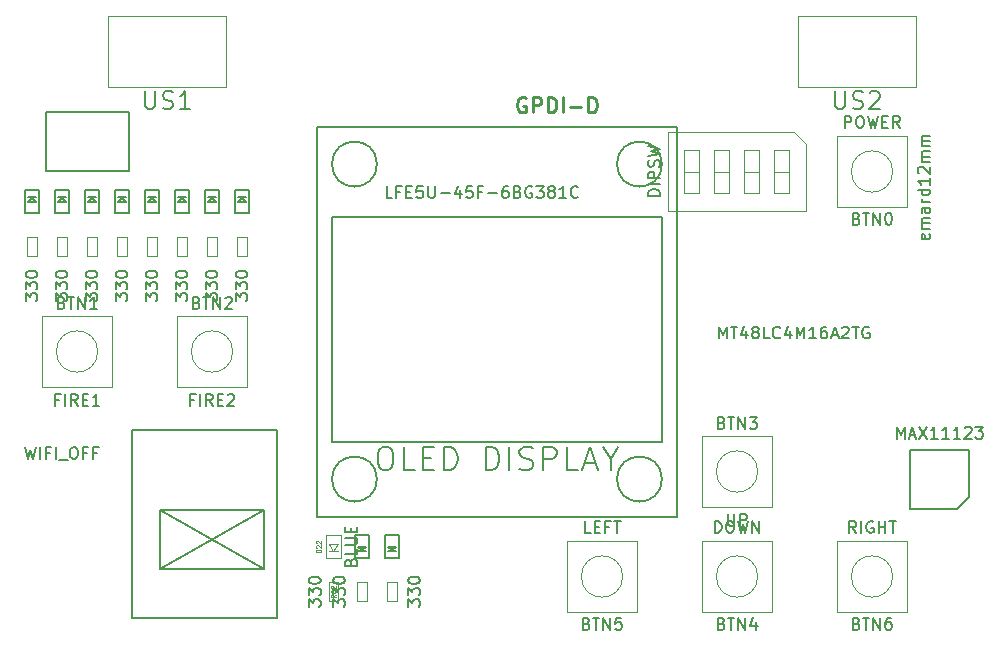
<source format=gbr>
G04 #@! TF.FileFunction,Other,Fab,Top*
%FSLAX46Y46*%
G04 Gerber Fmt 4.6, Leading zero omitted, Abs format (unit mm)*
G04 Created by KiCad (PCBNEW 4.0.7+dfsg1-1) date Sun Nov 12 01:46:28 2017*
%MOMM*%
%LPD*%
G01*
G04 APERTURE LIST*
%ADD10C,0.100000*%
%ADD11C,0.150000*%
%ADD12C,0.254000*%
%ADD13C,0.075000*%
G04 APERTURE END LIST*
D10*
D11*
X118530000Y-76260000D02*
X117930000Y-76260000D01*
X118230000Y-76360000D02*
X118530000Y-76660000D01*
X117930000Y-76660000D02*
X118230000Y-76360000D01*
X118530000Y-76660000D02*
X117930000Y-76660000D01*
X118830000Y-77660000D02*
X118830000Y-75660000D01*
X117630000Y-77660000D02*
X118830000Y-77660000D01*
X117630000Y-75660000D02*
X117630000Y-77660000D01*
X118830000Y-75660000D02*
X117630000Y-75660000D01*
X115990000Y-76260000D02*
X115390000Y-76260000D01*
X115690000Y-76360000D02*
X115990000Y-76660000D01*
X115390000Y-76660000D02*
X115690000Y-76360000D01*
X115990000Y-76660000D02*
X115390000Y-76660000D01*
X116290000Y-77660000D02*
X116290000Y-75660000D01*
X115090000Y-77660000D02*
X116290000Y-77660000D01*
X115090000Y-75660000D02*
X115090000Y-77660000D01*
X116290000Y-75660000D02*
X115090000Y-75660000D01*
X113450000Y-76260000D02*
X112850000Y-76260000D01*
X113150000Y-76360000D02*
X113450000Y-76660000D01*
X112850000Y-76660000D02*
X113150000Y-76360000D01*
X113450000Y-76660000D02*
X112850000Y-76660000D01*
X113750000Y-77660000D02*
X113750000Y-75660000D01*
X112550000Y-77660000D02*
X113750000Y-77660000D01*
X112550000Y-75660000D02*
X112550000Y-77660000D01*
X113750000Y-75660000D02*
X112550000Y-75660000D01*
X110910000Y-76260000D02*
X110310000Y-76260000D01*
X110610000Y-76360000D02*
X110910000Y-76660000D01*
X110310000Y-76660000D02*
X110610000Y-76360000D01*
X110910000Y-76660000D02*
X110310000Y-76660000D01*
X111210000Y-77660000D02*
X111210000Y-75660000D01*
X110010000Y-77660000D02*
X111210000Y-77660000D01*
X110010000Y-75660000D02*
X110010000Y-77660000D01*
X111210000Y-75660000D02*
X110010000Y-75660000D01*
X108370000Y-76260000D02*
X107770000Y-76260000D01*
X108070000Y-76360000D02*
X108370000Y-76660000D01*
X107770000Y-76660000D02*
X108070000Y-76360000D01*
X108370000Y-76660000D02*
X107770000Y-76660000D01*
X108670000Y-77660000D02*
X108670000Y-75660000D01*
X107470000Y-77660000D02*
X108670000Y-77660000D01*
X107470000Y-75660000D02*
X107470000Y-77660000D01*
X108670000Y-75660000D02*
X107470000Y-75660000D01*
X105830000Y-76260000D02*
X105230000Y-76260000D01*
X105530000Y-76360000D02*
X105830000Y-76660000D01*
X105230000Y-76660000D02*
X105530000Y-76360000D01*
X105830000Y-76660000D02*
X105230000Y-76660000D01*
X106130000Y-77660000D02*
X106130000Y-75660000D01*
X104930000Y-77660000D02*
X106130000Y-77660000D01*
X104930000Y-75660000D02*
X104930000Y-77660000D01*
X106130000Y-75660000D02*
X104930000Y-75660000D01*
X103290000Y-76260000D02*
X102690000Y-76260000D01*
X102990000Y-76360000D02*
X103290000Y-76660000D01*
X102690000Y-76660000D02*
X102990000Y-76360000D01*
X103290000Y-76660000D02*
X102690000Y-76660000D01*
X103590000Y-77660000D02*
X103590000Y-75660000D01*
X102390000Y-77660000D02*
X103590000Y-77660000D01*
X102390000Y-75660000D02*
X102390000Y-77660000D01*
X103590000Y-75660000D02*
X102390000Y-75660000D01*
X100750000Y-76260000D02*
X100150000Y-76260000D01*
X100450000Y-76360000D02*
X100750000Y-76660000D01*
X100150000Y-76660000D02*
X100450000Y-76360000D01*
X100750000Y-76660000D02*
X100150000Y-76660000D01*
X101050000Y-77660000D02*
X101050000Y-75660000D01*
X99850000Y-77660000D02*
X101050000Y-77660000D01*
X99850000Y-75660000D02*
X99850000Y-77660000D01*
X101050000Y-75660000D02*
X99850000Y-75660000D01*
X108624000Y-69080000D02*
X108624000Y-74080000D01*
X101624000Y-69080000D02*
X108624000Y-69080000D01*
X101624000Y-74080000D02*
X101624000Y-69080000D01*
X108624000Y-74080000D02*
X101624000Y-74080000D01*
X128090000Y-106270000D02*
X128690000Y-106270000D01*
X128390000Y-106170000D02*
X128090000Y-105870000D01*
X128690000Y-105870000D02*
X128390000Y-106170000D01*
X128090000Y-105870000D02*
X128690000Y-105870000D01*
X127790000Y-104870000D02*
X127790000Y-106870000D01*
X128990000Y-104870000D02*
X127790000Y-104870000D01*
X128990000Y-106870000D02*
X128990000Y-104870000D01*
X127790000Y-106870000D02*
X128990000Y-106870000D01*
X130630000Y-106270000D02*
X131230000Y-106270000D01*
X130930000Y-106170000D02*
X130630000Y-105870000D01*
X131230000Y-105870000D02*
X130930000Y-106170000D01*
X130630000Y-105870000D02*
X131230000Y-105870000D01*
X130330000Y-104870000D02*
X130330000Y-106870000D01*
X131530000Y-104870000D02*
X130330000Y-104870000D01*
X131530000Y-106870000D02*
X131530000Y-104870000D01*
X130330000Y-106870000D02*
X131530000Y-106870000D01*
D10*
X127990000Y-108880000D02*
X128790000Y-108880000D01*
X127990000Y-110480000D02*
X127990000Y-108880000D01*
X128790000Y-110480000D02*
X127990000Y-110480000D01*
X128790000Y-108880000D02*
X128790000Y-110480000D01*
X131330000Y-110480000D02*
X130530000Y-110480000D01*
X131330000Y-108880000D02*
X131330000Y-110480000D01*
X130530000Y-108880000D02*
X131330000Y-108880000D01*
X130530000Y-110480000D02*
X130530000Y-108880000D01*
X116880000Y-60925000D02*
X116880000Y-66925000D01*
X106880000Y-60925000D02*
X116880000Y-60925000D01*
X106880000Y-66925000D02*
X106880000Y-60925000D01*
X116880000Y-66925000D02*
X106880000Y-66925000D01*
X175300000Y-60925000D02*
X175300000Y-66925000D01*
X165300000Y-60925000D02*
X175300000Y-60925000D01*
X165300000Y-66925000D02*
X165300000Y-60925000D01*
X175300000Y-66925000D02*
X165300000Y-66925000D01*
X118630000Y-81270000D02*
X117830000Y-81270000D01*
X118630000Y-79670000D02*
X118630000Y-81270000D01*
X117830000Y-79670000D02*
X118630000Y-79670000D01*
X117830000Y-81270000D02*
X117830000Y-79670000D01*
X116090000Y-81270000D02*
X115290000Y-81270000D01*
X116090000Y-79670000D02*
X116090000Y-81270000D01*
X115290000Y-79670000D02*
X116090000Y-79670000D01*
X115290000Y-81270000D02*
X115290000Y-79670000D01*
X113550000Y-81270000D02*
X112750000Y-81270000D01*
X113550000Y-79670000D02*
X113550000Y-81270000D01*
X112750000Y-79670000D02*
X113550000Y-79670000D01*
X112750000Y-81270000D02*
X112750000Y-79670000D01*
X111010000Y-81270000D02*
X110210000Y-81270000D01*
X111010000Y-79670000D02*
X111010000Y-81270000D01*
X110210000Y-79670000D02*
X111010000Y-79670000D01*
X110210000Y-81270000D02*
X110210000Y-79670000D01*
X108470000Y-81270000D02*
X107670000Y-81270000D01*
X108470000Y-79670000D02*
X108470000Y-81270000D01*
X107670000Y-79670000D02*
X108470000Y-79670000D01*
X107670000Y-81270000D02*
X107670000Y-79670000D01*
X105930000Y-81270000D02*
X105130000Y-81270000D01*
X105930000Y-79670000D02*
X105930000Y-81270000D01*
X105130000Y-79670000D02*
X105930000Y-79670000D01*
X105130000Y-81270000D02*
X105130000Y-79670000D01*
X103390000Y-81270000D02*
X102590000Y-81270000D01*
X103390000Y-79670000D02*
X103390000Y-81270000D01*
X102590000Y-79670000D02*
X103390000Y-79670000D01*
X102590000Y-81270000D02*
X102590000Y-79670000D01*
X100850000Y-81270000D02*
X100050000Y-81270000D01*
X100850000Y-79670000D02*
X100850000Y-81270000D01*
X100050000Y-79670000D02*
X100850000Y-79670000D01*
X100050000Y-81270000D02*
X100050000Y-79670000D01*
D11*
X178785000Y-102655000D02*
X174785000Y-102655000D01*
X174785000Y-102655000D02*
X174785000Y-97655000D01*
X174785000Y-97655000D02*
X179785000Y-97655000D01*
X179785000Y-97655000D02*
X179785000Y-101655000D01*
X179785000Y-101655000D02*
X178785000Y-102655000D01*
X153790000Y-73485000D02*
G75*
G03X153790000Y-73485000I-1905000J0D01*
G01*
X129660000Y-73485000D02*
G75*
G03X129660000Y-73485000I-1905000J0D01*
G01*
X129660000Y-100155000D02*
G75*
G03X129660000Y-100155000I-1905000J0D01*
G01*
X153790000Y-100155000D02*
G75*
G03X153790000Y-100155000I-1905000J0D01*
G01*
X153790000Y-77930000D02*
X153790000Y-96980000D01*
X125850000Y-77930000D02*
X153790000Y-77930000D01*
X125850000Y-96980000D02*
X125850000Y-77930000D01*
X153790000Y-96980000D02*
X125850000Y-96980000D01*
X155060000Y-70310000D02*
X155060000Y-103330000D01*
X124580000Y-70310000D02*
X155060000Y-70310000D01*
X124580000Y-103330000D02*
X124580000Y-70310000D01*
X155060000Y-103330000D02*
X124580000Y-103330000D01*
D10*
X174570000Y-77120000D02*
X174570000Y-71120000D01*
X174570000Y-71120000D02*
X168570000Y-71120000D01*
X168570000Y-71120000D02*
X168570000Y-77120000D01*
X168570000Y-77120000D02*
X174570000Y-77120000D01*
X173320714Y-74120000D02*
G75*
G03X173320714Y-74120000I-1750714J0D01*
G01*
X101260000Y-86360000D02*
X101260000Y-92360000D01*
X101260000Y-92360000D02*
X107260000Y-92360000D01*
X107260000Y-92360000D02*
X107260000Y-86360000D01*
X107260000Y-86360000D02*
X101260000Y-86360000D01*
X106010714Y-89360000D02*
G75*
G03X106010714Y-89360000I-1750714J0D01*
G01*
X112690000Y-86360000D02*
X112690000Y-92360000D01*
X112690000Y-92360000D02*
X118690000Y-92360000D01*
X118690000Y-92360000D02*
X118690000Y-86360000D01*
X118690000Y-86360000D02*
X112690000Y-86360000D01*
X117440714Y-89360000D02*
G75*
G03X117440714Y-89360000I-1750714J0D01*
G01*
X157140000Y-96520000D02*
X157140000Y-102520000D01*
X157140000Y-102520000D02*
X163140000Y-102520000D01*
X163140000Y-102520000D02*
X163140000Y-96520000D01*
X163140000Y-96520000D02*
X157140000Y-96520000D01*
X161890714Y-99520000D02*
G75*
G03X161890714Y-99520000I-1750714J0D01*
G01*
X163140000Y-111410000D02*
X163140000Y-105410000D01*
X163140000Y-105410000D02*
X157140000Y-105410000D01*
X157140000Y-105410000D02*
X157140000Y-111410000D01*
X157140000Y-111410000D02*
X163140000Y-111410000D01*
X161890714Y-108410000D02*
G75*
G03X161890714Y-108410000I-1750714J0D01*
G01*
X151710000Y-111410000D02*
X151710000Y-105410000D01*
X151710000Y-105410000D02*
X145710000Y-105410000D01*
X145710000Y-105410000D02*
X145710000Y-111410000D01*
X145710000Y-111410000D02*
X151710000Y-111410000D01*
X150460714Y-108410000D02*
G75*
G03X150460714Y-108410000I-1750714J0D01*
G01*
X174570000Y-111410000D02*
X174570000Y-105410000D01*
X174570000Y-105410000D02*
X168570000Y-105410000D01*
X168570000Y-105410000D02*
X168570000Y-111410000D01*
X168570000Y-111410000D02*
X174570000Y-111410000D01*
X173320714Y-108410000D02*
G75*
G03X173320714Y-108410000I-1750714J0D01*
G01*
X166000000Y-71780000D02*
X166000000Y-77460000D01*
X166000000Y-77460000D02*
X154280000Y-77460000D01*
X154280000Y-77460000D02*
X154280000Y-70780000D01*
X154280000Y-70780000D02*
X165000000Y-70780000D01*
X165000000Y-70780000D02*
X166000000Y-71780000D01*
X164585000Y-72310000D02*
X163315000Y-72310000D01*
X163315000Y-72310000D02*
X163315000Y-75930000D01*
X163315000Y-75930000D02*
X164585000Y-75930000D01*
X164585000Y-75930000D02*
X164585000Y-72310000D01*
X164585000Y-74120000D02*
X163315000Y-74120000D01*
X162045000Y-72310000D02*
X160775000Y-72310000D01*
X160775000Y-72310000D02*
X160775000Y-75930000D01*
X160775000Y-75930000D02*
X162045000Y-75930000D01*
X162045000Y-75930000D02*
X162045000Y-72310000D01*
X162045000Y-74120000D02*
X160775000Y-74120000D01*
X159505000Y-72310000D02*
X158235000Y-72310000D01*
X158235000Y-72310000D02*
X158235000Y-75930000D01*
X158235000Y-75930000D02*
X159505000Y-75930000D01*
X159505000Y-75930000D02*
X159505000Y-72310000D01*
X159505000Y-74120000D02*
X158235000Y-74120000D01*
X156965000Y-72310000D02*
X155695000Y-72310000D01*
X155695000Y-72310000D02*
X155695000Y-75930000D01*
X155695000Y-75930000D02*
X156965000Y-75930000D01*
X156965000Y-75930000D02*
X156965000Y-72310000D01*
X156965000Y-74120000D02*
X155695000Y-74120000D01*
D11*
X120055000Y-102815000D02*
X111255000Y-107765000D01*
X120055000Y-107765000D02*
X111255000Y-102815000D01*
X120055000Y-102815000D02*
X120055000Y-107765000D01*
X111255000Y-102815000D02*
X111255000Y-107765000D01*
X111255000Y-107765000D02*
X120055000Y-107765000D01*
X120055000Y-102815000D02*
X111255000Y-102815000D01*
X121205000Y-95965000D02*
X108905000Y-95965000D01*
X121205000Y-111915000D02*
X121205000Y-95965000D01*
X108905000Y-111915000D02*
X121205000Y-111915000D01*
X108905000Y-95965000D02*
X108905000Y-111915000D01*
D10*
X125577000Y-106270000D02*
X126377000Y-106270000D01*
X125977000Y-106270000D02*
X125577000Y-105670000D01*
X126377000Y-105670000D02*
X125977000Y-106270000D01*
X125577000Y-105670000D02*
X126377000Y-105670000D01*
X126577000Y-104870000D02*
X126577000Y-106870000D01*
X125377000Y-104870000D02*
X126577000Y-104870000D01*
X125377000Y-106870000D02*
X125377000Y-104870000D01*
X126577000Y-106870000D02*
X125377000Y-106870000D01*
X125577000Y-108880000D02*
X126377000Y-108880000D01*
X125577000Y-110480000D02*
X125577000Y-108880000D01*
X126377000Y-110480000D02*
X125577000Y-110480000D01*
X126377000Y-108880000D02*
X126377000Y-110480000D01*
D11*
X158608857Y-88252381D02*
X158608857Y-87252381D01*
X158942191Y-87966667D01*
X159275524Y-87252381D01*
X159275524Y-88252381D01*
X159608857Y-87252381D02*
X160180286Y-87252381D01*
X159894571Y-88252381D02*
X159894571Y-87252381D01*
X160942191Y-87585714D02*
X160942191Y-88252381D01*
X160704095Y-87204762D02*
X160466000Y-87919048D01*
X161085048Y-87919048D01*
X161608857Y-87680952D02*
X161513619Y-87633333D01*
X161466000Y-87585714D01*
X161418381Y-87490476D01*
X161418381Y-87442857D01*
X161466000Y-87347619D01*
X161513619Y-87300000D01*
X161608857Y-87252381D01*
X161799334Y-87252381D01*
X161894572Y-87300000D01*
X161942191Y-87347619D01*
X161989810Y-87442857D01*
X161989810Y-87490476D01*
X161942191Y-87585714D01*
X161894572Y-87633333D01*
X161799334Y-87680952D01*
X161608857Y-87680952D01*
X161513619Y-87728571D01*
X161466000Y-87776190D01*
X161418381Y-87871429D01*
X161418381Y-88061905D01*
X161466000Y-88157143D01*
X161513619Y-88204762D01*
X161608857Y-88252381D01*
X161799334Y-88252381D01*
X161894572Y-88204762D01*
X161942191Y-88157143D01*
X161989810Y-88061905D01*
X161989810Y-87871429D01*
X161942191Y-87776190D01*
X161894572Y-87728571D01*
X161799334Y-87680952D01*
X162894572Y-88252381D02*
X162418381Y-88252381D01*
X162418381Y-87252381D01*
X163799334Y-88157143D02*
X163751715Y-88204762D01*
X163608858Y-88252381D01*
X163513620Y-88252381D01*
X163370762Y-88204762D01*
X163275524Y-88109524D01*
X163227905Y-88014286D01*
X163180286Y-87823810D01*
X163180286Y-87680952D01*
X163227905Y-87490476D01*
X163275524Y-87395238D01*
X163370762Y-87300000D01*
X163513620Y-87252381D01*
X163608858Y-87252381D01*
X163751715Y-87300000D01*
X163799334Y-87347619D01*
X164656477Y-87585714D02*
X164656477Y-88252381D01*
X164418381Y-87204762D02*
X164180286Y-87919048D01*
X164799334Y-87919048D01*
X165180286Y-88252381D02*
X165180286Y-87252381D01*
X165513620Y-87966667D01*
X165846953Y-87252381D01*
X165846953Y-88252381D01*
X166846953Y-88252381D02*
X166275524Y-88252381D01*
X166561238Y-88252381D02*
X166561238Y-87252381D01*
X166466000Y-87395238D01*
X166370762Y-87490476D01*
X166275524Y-87538095D01*
X167704096Y-87252381D02*
X167513619Y-87252381D01*
X167418381Y-87300000D01*
X167370762Y-87347619D01*
X167275524Y-87490476D01*
X167227905Y-87680952D01*
X167227905Y-88061905D01*
X167275524Y-88157143D01*
X167323143Y-88204762D01*
X167418381Y-88252381D01*
X167608858Y-88252381D01*
X167704096Y-88204762D01*
X167751715Y-88157143D01*
X167799334Y-88061905D01*
X167799334Y-87823810D01*
X167751715Y-87728571D01*
X167704096Y-87680952D01*
X167608858Y-87633333D01*
X167418381Y-87633333D01*
X167323143Y-87680952D01*
X167275524Y-87728571D01*
X167227905Y-87823810D01*
X168180286Y-87966667D02*
X168656477Y-87966667D01*
X168085048Y-88252381D02*
X168418381Y-87252381D01*
X168751715Y-88252381D01*
X169037429Y-87347619D02*
X169085048Y-87300000D01*
X169180286Y-87252381D01*
X169418382Y-87252381D01*
X169513620Y-87300000D01*
X169561239Y-87347619D01*
X169608858Y-87442857D01*
X169608858Y-87538095D01*
X169561239Y-87680952D01*
X168989810Y-88252381D01*
X169608858Y-88252381D01*
X169894572Y-87252381D02*
X170466001Y-87252381D01*
X170180286Y-88252381D02*
X170180286Y-87252381D01*
X171323144Y-87300000D02*
X171227906Y-87252381D01*
X171085049Y-87252381D01*
X170942191Y-87300000D01*
X170846953Y-87395238D01*
X170799334Y-87490476D01*
X170751715Y-87680952D01*
X170751715Y-87823810D01*
X170799334Y-88014286D01*
X170846953Y-88109524D01*
X170942191Y-88204762D01*
X171085049Y-88252381D01*
X171180287Y-88252381D01*
X171323144Y-88204762D01*
X171370763Y-88157143D01*
X171370763Y-87823810D01*
X171180287Y-87823810D01*
X99894762Y-97448381D02*
X100132857Y-98448381D01*
X100323334Y-97734095D01*
X100513810Y-98448381D01*
X100751905Y-97448381D01*
X101132857Y-98448381D02*
X101132857Y-97448381D01*
X101942381Y-97924571D02*
X101609047Y-97924571D01*
X101609047Y-98448381D02*
X101609047Y-97448381D01*
X102085238Y-97448381D01*
X102466190Y-98448381D02*
X102466190Y-97448381D01*
X102704285Y-98543619D02*
X103466190Y-98543619D01*
X103894761Y-97448381D02*
X104085238Y-97448381D01*
X104180476Y-97496000D01*
X104275714Y-97591238D01*
X104323333Y-97781714D01*
X104323333Y-98115048D01*
X104275714Y-98305524D01*
X104180476Y-98400762D01*
X104085238Y-98448381D01*
X103894761Y-98448381D01*
X103799523Y-98400762D01*
X103704285Y-98305524D01*
X103656666Y-98115048D01*
X103656666Y-97781714D01*
X103704285Y-97591238D01*
X103799523Y-97496000D01*
X103894761Y-97448381D01*
X105085238Y-97924571D02*
X104751904Y-97924571D01*
X104751904Y-98448381D02*
X104751904Y-97448381D01*
X105228095Y-97448381D01*
X105942381Y-97924571D02*
X105609047Y-97924571D01*
X105609047Y-98448381D02*
X105609047Y-97448381D01*
X106085238Y-97448381D01*
X125942381Y-110965714D02*
X125942381Y-110346666D01*
X126323333Y-110680000D01*
X126323333Y-110537142D01*
X126370952Y-110441904D01*
X126418571Y-110394285D01*
X126513810Y-110346666D01*
X126751905Y-110346666D01*
X126847143Y-110394285D01*
X126894762Y-110441904D01*
X126942381Y-110537142D01*
X126942381Y-110822857D01*
X126894762Y-110918095D01*
X126847143Y-110965714D01*
X125942381Y-110013333D02*
X125942381Y-109394285D01*
X126323333Y-109727619D01*
X126323333Y-109584761D01*
X126370952Y-109489523D01*
X126418571Y-109441904D01*
X126513810Y-109394285D01*
X126751905Y-109394285D01*
X126847143Y-109441904D01*
X126894762Y-109489523D01*
X126942381Y-109584761D01*
X126942381Y-109870476D01*
X126894762Y-109965714D01*
X126847143Y-110013333D01*
X125942381Y-108775238D02*
X125942381Y-108679999D01*
X125990000Y-108584761D01*
X126037619Y-108537142D01*
X126132857Y-108489523D01*
X126323333Y-108441904D01*
X126561429Y-108441904D01*
X126751905Y-108489523D01*
X126847143Y-108537142D01*
X126894762Y-108584761D01*
X126942381Y-108679999D01*
X126942381Y-108775238D01*
X126894762Y-108870476D01*
X126847143Y-108918095D01*
X126751905Y-108965714D01*
X126561429Y-109013333D01*
X126323333Y-109013333D01*
X126132857Y-108965714D01*
X126037619Y-108918095D01*
X125990000Y-108870476D01*
X125942381Y-108775238D01*
X132282381Y-110965714D02*
X132282381Y-110346666D01*
X132663333Y-110680000D01*
X132663333Y-110537142D01*
X132710952Y-110441904D01*
X132758571Y-110394285D01*
X132853810Y-110346666D01*
X133091905Y-110346666D01*
X133187143Y-110394285D01*
X133234762Y-110441904D01*
X133282381Y-110537142D01*
X133282381Y-110822857D01*
X133234762Y-110918095D01*
X133187143Y-110965714D01*
X132282381Y-110013333D02*
X132282381Y-109394285D01*
X132663333Y-109727619D01*
X132663333Y-109584761D01*
X132710952Y-109489523D01*
X132758571Y-109441904D01*
X132853810Y-109394285D01*
X133091905Y-109394285D01*
X133187143Y-109441904D01*
X133234762Y-109489523D01*
X133282381Y-109584761D01*
X133282381Y-109870476D01*
X133234762Y-109965714D01*
X133187143Y-110013333D01*
X132282381Y-108775238D02*
X132282381Y-108679999D01*
X132330000Y-108584761D01*
X132377619Y-108537142D01*
X132472857Y-108489523D01*
X132663333Y-108441904D01*
X132901429Y-108441904D01*
X133091905Y-108489523D01*
X133187143Y-108537142D01*
X133234762Y-108584761D01*
X133282381Y-108679999D01*
X133282381Y-108775238D01*
X133234762Y-108870476D01*
X133187143Y-108918095D01*
X133091905Y-108965714D01*
X132901429Y-109013333D01*
X132663333Y-109013333D01*
X132472857Y-108965714D01*
X132377619Y-108918095D01*
X132330000Y-108870476D01*
X132282381Y-108775238D01*
X110022858Y-67329571D02*
X110022858Y-68543857D01*
X110094286Y-68686714D01*
X110165715Y-68758143D01*
X110308572Y-68829571D01*
X110594286Y-68829571D01*
X110737144Y-68758143D01*
X110808572Y-68686714D01*
X110880001Y-68543857D01*
X110880001Y-67329571D01*
X111522858Y-68758143D02*
X111737144Y-68829571D01*
X112094287Y-68829571D01*
X112237144Y-68758143D01*
X112308573Y-68686714D01*
X112380001Y-68543857D01*
X112380001Y-68401000D01*
X112308573Y-68258143D01*
X112237144Y-68186714D01*
X112094287Y-68115286D01*
X111808573Y-68043857D01*
X111665715Y-67972429D01*
X111594287Y-67901000D01*
X111522858Y-67758143D01*
X111522858Y-67615286D01*
X111594287Y-67472429D01*
X111665715Y-67401000D01*
X111808573Y-67329571D01*
X112165715Y-67329571D01*
X112380001Y-67401000D01*
X113808572Y-68829571D02*
X112951429Y-68829571D01*
X113380001Y-68829571D02*
X113380001Y-67329571D01*
X113237144Y-67543857D01*
X113094286Y-67686714D01*
X112951429Y-67758143D01*
X168442858Y-67329571D02*
X168442858Y-68543857D01*
X168514286Y-68686714D01*
X168585715Y-68758143D01*
X168728572Y-68829571D01*
X169014286Y-68829571D01*
X169157144Y-68758143D01*
X169228572Y-68686714D01*
X169300001Y-68543857D01*
X169300001Y-67329571D01*
X169942858Y-68758143D02*
X170157144Y-68829571D01*
X170514287Y-68829571D01*
X170657144Y-68758143D01*
X170728573Y-68686714D01*
X170800001Y-68543857D01*
X170800001Y-68401000D01*
X170728573Y-68258143D01*
X170657144Y-68186714D01*
X170514287Y-68115286D01*
X170228573Y-68043857D01*
X170085715Y-67972429D01*
X170014287Y-67901000D01*
X169942858Y-67758143D01*
X169942858Y-67615286D01*
X170014287Y-67472429D01*
X170085715Y-67401000D01*
X170228573Y-67329571D01*
X170585715Y-67329571D01*
X170800001Y-67401000D01*
X171371429Y-67472429D02*
X171442858Y-67401000D01*
X171585715Y-67329571D01*
X171942858Y-67329571D01*
X172085715Y-67401000D01*
X172157144Y-67472429D01*
X172228572Y-67615286D01*
X172228572Y-67758143D01*
X172157144Y-67972429D01*
X171300001Y-68829571D01*
X172228572Y-68829571D01*
X117682381Y-85057714D02*
X117682381Y-84438666D01*
X118063333Y-84772000D01*
X118063333Y-84629142D01*
X118110952Y-84533904D01*
X118158571Y-84486285D01*
X118253810Y-84438666D01*
X118491905Y-84438666D01*
X118587143Y-84486285D01*
X118634762Y-84533904D01*
X118682381Y-84629142D01*
X118682381Y-84914857D01*
X118634762Y-85010095D01*
X118587143Y-85057714D01*
X117682381Y-84105333D02*
X117682381Y-83486285D01*
X118063333Y-83819619D01*
X118063333Y-83676761D01*
X118110952Y-83581523D01*
X118158571Y-83533904D01*
X118253810Y-83486285D01*
X118491905Y-83486285D01*
X118587143Y-83533904D01*
X118634762Y-83581523D01*
X118682381Y-83676761D01*
X118682381Y-83962476D01*
X118634762Y-84057714D01*
X118587143Y-84105333D01*
X117682381Y-82867238D02*
X117682381Y-82771999D01*
X117730000Y-82676761D01*
X117777619Y-82629142D01*
X117872857Y-82581523D01*
X118063333Y-82533904D01*
X118301429Y-82533904D01*
X118491905Y-82581523D01*
X118587143Y-82629142D01*
X118634762Y-82676761D01*
X118682381Y-82771999D01*
X118682381Y-82867238D01*
X118634762Y-82962476D01*
X118587143Y-83010095D01*
X118491905Y-83057714D01*
X118301429Y-83105333D01*
X118063333Y-83105333D01*
X117872857Y-83057714D01*
X117777619Y-83010095D01*
X117730000Y-82962476D01*
X117682381Y-82867238D01*
X115142381Y-85057714D02*
X115142381Y-84438666D01*
X115523333Y-84772000D01*
X115523333Y-84629142D01*
X115570952Y-84533904D01*
X115618571Y-84486285D01*
X115713810Y-84438666D01*
X115951905Y-84438666D01*
X116047143Y-84486285D01*
X116094762Y-84533904D01*
X116142381Y-84629142D01*
X116142381Y-84914857D01*
X116094762Y-85010095D01*
X116047143Y-85057714D01*
X115142381Y-84105333D02*
X115142381Y-83486285D01*
X115523333Y-83819619D01*
X115523333Y-83676761D01*
X115570952Y-83581523D01*
X115618571Y-83533904D01*
X115713810Y-83486285D01*
X115951905Y-83486285D01*
X116047143Y-83533904D01*
X116094762Y-83581523D01*
X116142381Y-83676761D01*
X116142381Y-83962476D01*
X116094762Y-84057714D01*
X116047143Y-84105333D01*
X115142381Y-82867238D02*
X115142381Y-82771999D01*
X115190000Y-82676761D01*
X115237619Y-82629142D01*
X115332857Y-82581523D01*
X115523333Y-82533904D01*
X115761429Y-82533904D01*
X115951905Y-82581523D01*
X116047143Y-82629142D01*
X116094762Y-82676761D01*
X116142381Y-82771999D01*
X116142381Y-82867238D01*
X116094762Y-82962476D01*
X116047143Y-83010095D01*
X115951905Y-83057714D01*
X115761429Y-83105333D01*
X115523333Y-83105333D01*
X115332857Y-83057714D01*
X115237619Y-83010095D01*
X115190000Y-82962476D01*
X115142381Y-82867238D01*
X112602381Y-85057714D02*
X112602381Y-84438666D01*
X112983333Y-84772000D01*
X112983333Y-84629142D01*
X113030952Y-84533904D01*
X113078571Y-84486285D01*
X113173810Y-84438666D01*
X113411905Y-84438666D01*
X113507143Y-84486285D01*
X113554762Y-84533904D01*
X113602381Y-84629142D01*
X113602381Y-84914857D01*
X113554762Y-85010095D01*
X113507143Y-85057714D01*
X112602381Y-84105333D02*
X112602381Y-83486285D01*
X112983333Y-83819619D01*
X112983333Y-83676761D01*
X113030952Y-83581523D01*
X113078571Y-83533904D01*
X113173810Y-83486285D01*
X113411905Y-83486285D01*
X113507143Y-83533904D01*
X113554762Y-83581523D01*
X113602381Y-83676761D01*
X113602381Y-83962476D01*
X113554762Y-84057714D01*
X113507143Y-84105333D01*
X112602381Y-82867238D02*
X112602381Y-82771999D01*
X112650000Y-82676761D01*
X112697619Y-82629142D01*
X112792857Y-82581523D01*
X112983333Y-82533904D01*
X113221429Y-82533904D01*
X113411905Y-82581523D01*
X113507143Y-82629142D01*
X113554762Y-82676761D01*
X113602381Y-82771999D01*
X113602381Y-82867238D01*
X113554762Y-82962476D01*
X113507143Y-83010095D01*
X113411905Y-83057714D01*
X113221429Y-83105333D01*
X112983333Y-83105333D01*
X112792857Y-83057714D01*
X112697619Y-83010095D01*
X112650000Y-82962476D01*
X112602381Y-82867238D01*
X110062381Y-85057714D02*
X110062381Y-84438666D01*
X110443333Y-84772000D01*
X110443333Y-84629142D01*
X110490952Y-84533904D01*
X110538571Y-84486285D01*
X110633810Y-84438666D01*
X110871905Y-84438666D01*
X110967143Y-84486285D01*
X111014762Y-84533904D01*
X111062381Y-84629142D01*
X111062381Y-84914857D01*
X111014762Y-85010095D01*
X110967143Y-85057714D01*
X110062381Y-84105333D02*
X110062381Y-83486285D01*
X110443333Y-83819619D01*
X110443333Y-83676761D01*
X110490952Y-83581523D01*
X110538571Y-83533904D01*
X110633810Y-83486285D01*
X110871905Y-83486285D01*
X110967143Y-83533904D01*
X111014762Y-83581523D01*
X111062381Y-83676761D01*
X111062381Y-83962476D01*
X111014762Y-84057714D01*
X110967143Y-84105333D01*
X110062381Y-82867238D02*
X110062381Y-82771999D01*
X110110000Y-82676761D01*
X110157619Y-82629142D01*
X110252857Y-82581523D01*
X110443333Y-82533904D01*
X110681429Y-82533904D01*
X110871905Y-82581523D01*
X110967143Y-82629142D01*
X111014762Y-82676761D01*
X111062381Y-82771999D01*
X111062381Y-82867238D01*
X111014762Y-82962476D01*
X110967143Y-83010095D01*
X110871905Y-83057714D01*
X110681429Y-83105333D01*
X110443333Y-83105333D01*
X110252857Y-83057714D01*
X110157619Y-83010095D01*
X110110000Y-82962476D01*
X110062381Y-82867238D01*
X107522381Y-85057714D02*
X107522381Y-84438666D01*
X107903333Y-84772000D01*
X107903333Y-84629142D01*
X107950952Y-84533904D01*
X107998571Y-84486285D01*
X108093810Y-84438666D01*
X108331905Y-84438666D01*
X108427143Y-84486285D01*
X108474762Y-84533904D01*
X108522381Y-84629142D01*
X108522381Y-84914857D01*
X108474762Y-85010095D01*
X108427143Y-85057714D01*
X107522381Y-84105333D02*
X107522381Y-83486285D01*
X107903333Y-83819619D01*
X107903333Y-83676761D01*
X107950952Y-83581523D01*
X107998571Y-83533904D01*
X108093810Y-83486285D01*
X108331905Y-83486285D01*
X108427143Y-83533904D01*
X108474762Y-83581523D01*
X108522381Y-83676761D01*
X108522381Y-83962476D01*
X108474762Y-84057714D01*
X108427143Y-84105333D01*
X107522381Y-82867238D02*
X107522381Y-82771999D01*
X107570000Y-82676761D01*
X107617619Y-82629142D01*
X107712857Y-82581523D01*
X107903333Y-82533904D01*
X108141429Y-82533904D01*
X108331905Y-82581523D01*
X108427143Y-82629142D01*
X108474762Y-82676761D01*
X108522381Y-82771999D01*
X108522381Y-82867238D01*
X108474762Y-82962476D01*
X108427143Y-83010095D01*
X108331905Y-83057714D01*
X108141429Y-83105333D01*
X107903333Y-83105333D01*
X107712857Y-83057714D01*
X107617619Y-83010095D01*
X107570000Y-82962476D01*
X107522381Y-82867238D01*
X104982381Y-85057714D02*
X104982381Y-84438666D01*
X105363333Y-84772000D01*
X105363333Y-84629142D01*
X105410952Y-84533904D01*
X105458571Y-84486285D01*
X105553810Y-84438666D01*
X105791905Y-84438666D01*
X105887143Y-84486285D01*
X105934762Y-84533904D01*
X105982381Y-84629142D01*
X105982381Y-84914857D01*
X105934762Y-85010095D01*
X105887143Y-85057714D01*
X104982381Y-84105333D02*
X104982381Y-83486285D01*
X105363333Y-83819619D01*
X105363333Y-83676761D01*
X105410952Y-83581523D01*
X105458571Y-83533904D01*
X105553810Y-83486285D01*
X105791905Y-83486285D01*
X105887143Y-83533904D01*
X105934762Y-83581523D01*
X105982381Y-83676761D01*
X105982381Y-83962476D01*
X105934762Y-84057714D01*
X105887143Y-84105333D01*
X104982381Y-82867238D02*
X104982381Y-82771999D01*
X105030000Y-82676761D01*
X105077619Y-82629142D01*
X105172857Y-82581523D01*
X105363333Y-82533904D01*
X105601429Y-82533904D01*
X105791905Y-82581523D01*
X105887143Y-82629142D01*
X105934762Y-82676761D01*
X105982381Y-82771999D01*
X105982381Y-82867238D01*
X105934762Y-82962476D01*
X105887143Y-83010095D01*
X105791905Y-83057714D01*
X105601429Y-83105333D01*
X105363333Y-83105333D01*
X105172857Y-83057714D01*
X105077619Y-83010095D01*
X105030000Y-82962476D01*
X104982381Y-82867238D01*
X102442381Y-85057714D02*
X102442381Y-84438666D01*
X102823333Y-84772000D01*
X102823333Y-84629142D01*
X102870952Y-84533904D01*
X102918571Y-84486285D01*
X103013810Y-84438666D01*
X103251905Y-84438666D01*
X103347143Y-84486285D01*
X103394762Y-84533904D01*
X103442381Y-84629142D01*
X103442381Y-84914857D01*
X103394762Y-85010095D01*
X103347143Y-85057714D01*
X102442381Y-84105333D02*
X102442381Y-83486285D01*
X102823333Y-83819619D01*
X102823333Y-83676761D01*
X102870952Y-83581523D01*
X102918571Y-83533904D01*
X103013810Y-83486285D01*
X103251905Y-83486285D01*
X103347143Y-83533904D01*
X103394762Y-83581523D01*
X103442381Y-83676761D01*
X103442381Y-83962476D01*
X103394762Y-84057714D01*
X103347143Y-84105333D01*
X102442381Y-82867238D02*
X102442381Y-82771999D01*
X102490000Y-82676761D01*
X102537619Y-82629142D01*
X102632857Y-82581523D01*
X102823333Y-82533904D01*
X103061429Y-82533904D01*
X103251905Y-82581523D01*
X103347143Y-82629142D01*
X103394762Y-82676761D01*
X103442381Y-82771999D01*
X103442381Y-82867238D01*
X103394762Y-82962476D01*
X103347143Y-83010095D01*
X103251905Y-83057714D01*
X103061429Y-83105333D01*
X102823333Y-83105333D01*
X102632857Y-83057714D01*
X102537619Y-83010095D01*
X102490000Y-82962476D01*
X102442381Y-82867238D01*
X99902381Y-85057714D02*
X99902381Y-84438666D01*
X100283333Y-84772000D01*
X100283333Y-84629142D01*
X100330952Y-84533904D01*
X100378571Y-84486285D01*
X100473810Y-84438666D01*
X100711905Y-84438666D01*
X100807143Y-84486285D01*
X100854762Y-84533904D01*
X100902381Y-84629142D01*
X100902381Y-84914857D01*
X100854762Y-85010095D01*
X100807143Y-85057714D01*
X99902381Y-84105333D02*
X99902381Y-83486285D01*
X100283333Y-83819619D01*
X100283333Y-83676761D01*
X100330952Y-83581523D01*
X100378571Y-83533904D01*
X100473810Y-83486285D01*
X100711905Y-83486285D01*
X100807143Y-83533904D01*
X100854762Y-83581523D01*
X100902381Y-83676761D01*
X100902381Y-83962476D01*
X100854762Y-84057714D01*
X100807143Y-84105333D01*
X99902381Y-82867238D02*
X99902381Y-82771999D01*
X99950000Y-82676761D01*
X99997619Y-82629142D01*
X100092857Y-82581523D01*
X100283333Y-82533904D01*
X100521429Y-82533904D01*
X100711905Y-82581523D01*
X100807143Y-82629142D01*
X100854762Y-82676761D01*
X100902381Y-82771999D01*
X100902381Y-82867238D01*
X100854762Y-82962476D01*
X100807143Y-83010095D01*
X100711905Y-83057714D01*
X100521429Y-83105333D01*
X100283333Y-83105333D01*
X100092857Y-83057714D01*
X99997619Y-83010095D01*
X99950000Y-82962476D01*
X99902381Y-82867238D01*
X173665952Y-96732381D02*
X173665952Y-95732381D01*
X173999286Y-96446667D01*
X174332619Y-95732381D01*
X174332619Y-96732381D01*
X174761190Y-96446667D02*
X175237381Y-96446667D01*
X174665952Y-96732381D02*
X174999285Y-95732381D01*
X175332619Y-96732381D01*
X175570714Y-95732381D02*
X176237381Y-96732381D01*
X176237381Y-95732381D02*
X175570714Y-96732381D01*
X177142143Y-96732381D02*
X176570714Y-96732381D01*
X176856428Y-96732381D02*
X176856428Y-95732381D01*
X176761190Y-95875238D01*
X176665952Y-95970476D01*
X176570714Y-96018095D01*
X178094524Y-96732381D02*
X177523095Y-96732381D01*
X177808809Y-96732381D02*
X177808809Y-95732381D01*
X177713571Y-95875238D01*
X177618333Y-95970476D01*
X177523095Y-96018095D01*
X179046905Y-96732381D02*
X178475476Y-96732381D01*
X178761190Y-96732381D02*
X178761190Y-95732381D01*
X178665952Y-95875238D01*
X178570714Y-95970476D01*
X178475476Y-96018095D01*
X179427857Y-95827619D02*
X179475476Y-95780000D01*
X179570714Y-95732381D01*
X179808810Y-95732381D01*
X179904048Y-95780000D01*
X179951667Y-95827619D01*
X179999286Y-95922857D01*
X179999286Y-96018095D01*
X179951667Y-96160952D01*
X179380238Y-96732381D01*
X179999286Y-96732381D01*
X180332619Y-95732381D02*
X180951667Y-95732381D01*
X180618333Y-96113333D01*
X180761191Y-96113333D01*
X180856429Y-96160952D01*
X180904048Y-96208571D01*
X180951667Y-96303810D01*
X180951667Y-96541905D01*
X180904048Y-96637143D01*
X180856429Y-96684762D01*
X180761191Y-96732381D01*
X180475476Y-96732381D01*
X180380238Y-96684762D01*
X180332619Y-96637143D01*
X130200952Y-97408762D02*
X130581904Y-97408762D01*
X130772380Y-97504000D01*
X130962857Y-97694476D01*
X131058095Y-98075429D01*
X131058095Y-98742095D01*
X130962857Y-99123048D01*
X130772380Y-99313524D01*
X130581904Y-99408762D01*
X130200952Y-99408762D01*
X130010476Y-99313524D01*
X129819999Y-99123048D01*
X129724761Y-98742095D01*
X129724761Y-98075429D01*
X129819999Y-97694476D01*
X130010476Y-97504000D01*
X130200952Y-97408762D01*
X132867618Y-99408762D02*
X131915237Y-99408762D01*
X131915237Y-97408762D01*
X133534285Y-98361143D02*
X134200952Y-98361143D01*
X134486666Y-99408762D02*
X133534285Y-99408762D01*
X133534285Y-97408762D01*
X134486666Y-97408762D01*
X135343809Y-99408762D02*
X135343809Y-97408762D01*
X135820000Y-97408762D01*
X136105714Y-97504000D01*
X136296190Y-97694476D01*
X136391429Y-97884952D01*
X136486667Y-98265905D01*
X136486667Y-98551619D01*
X136391429Y-98932571D01*
X136296190Y-99123048D01*
X136105714Y-99313524D01*
X135820000Y-99408762D01*
X135343809Y-99408762D01*
X138867619Y-99408762D02*
X138867619Y-97408762D01*
X139343810Y-97408762D01*
X139629524Y-97504000D01*
X139820000Y-97694476D01*
X139915239Y-97884952D01*
X140010477Y-98265905D01*
X140010477Y-98551619D01*
X139915239Y-98932571D01*
X139820000Y-99123048D01*
X139629524Y-99313524D01*
X139343810Y-99408762D01*
X138867619Y-99408762D01*
X140867619Y-99408762D02*
X140867619Y-97408762D01*
X141724762Y-99313524D02*
X142010477Y-99408762D01*
X142486667Y-99408762D01*
X142677143Y-99313524D01*
X142772381Y-99218286D01*
X142867620Y-99027810D01*
X142867620Y-98837333D01*
X142772381Y-98646857D01*
X142677143Y-98551619D01*
X142486667Y-98456381D01*
X142105715Y-98361143D01*
X141915239Y-98265905D01*
X141820000Y-98170667D01*
X141724762Y-97980190D01*
X141724762Y-97789714D01*
X141820000Y-97599238D01*
X141915239Y-97504000D01*
X142105715Y-97408762D01*
X142581905Y-97408762D01*
X142867620Y-97504000D01*
X143724762Y-99408762D02*
X143724762Y-97408762D01*
X144486667Y-97408762D01*
X144677143Y-97504000D01*
X144772382Y-97599238D01*
X144867620Y-97789714D01*
X144867620Y-98075429D01*
X144772382Y-98265905D01*
X144677143Y-98361143D01*
X144486667Y-98456381D01*
X143724762Y-98456381D01*
X146677143Y-99408762D02*
X145724762Y-99408762D01*
X145724762Y-97408762D01*
X147248572Y-98837333D02*
X148200953Y-98837333D01*
X147058096Y-99408762D02*
X147724763Y-97408762D01*
X148391430Y-99408762D01*
X149439049Y-98456381D02*
X149439049Y-99408762D01*
X148772382Y-97408762D02*
X149439049Y-98456381D01*
X150105716Y-97408762D01*
D12*
X142239048Y-67897000D02*
X142118096Y-67836524D01*
X141936667Y-67836524D01*
X141755239Y-67897000D01*
X141634286Y-68017952D01*
X141573810Y-68138905D01*
X141513334Y-68380810D01*
X141513334Y-68562238D01*
X141573810Y-68804143D01*
X141634286Y-68925095D01*
X141755239Y-69046048D01*
X141936667Y-69106524D01*
X142057619Y-69106524D01*
X142239048Y-69046048D01*
X142299524Y-68985571D01*
X142299524Y-68562238D01*
X142057619Y-68562238D01*
X142843810Y-69106524D02*
X142843810Y-67836524D01*
X143327619Y-67836524D01*
X143448572Y-67897000D01*
X143509048Y-67957476D01*
X143569524Y-68078429D01*
X143569524Y-68259857D01*
X143509048Y-68380810D01*
X143448572Y-68441286D01*
X143327619Y-68501762D01*
X142843810Y-68501762D01*
X144113810Y-69106524D02*
X144113810Y-67836524D01*
X144416191Y-67836524D01*
X144597619Y-67897000D01*
X144718572Y-68017952D01*
X144779048Y-68138905D01*
X144839524Y-68380810D01*
X144839524Y-68562238D01*
X144779048Y-68804143D01*
X144718572Y-68925095D01*
X144597619Y-69046048D01*
X144416191Y-69106524D01*
X144113810Y-69106524D01*
X145383810Y-69106524D02*
X145383810Y-67836524D01*
X145988572Y-68622714D02*
X146956191Y-68622714D01*
X147560953Y-69106524D02*
X147560953Y-67836524D01*
X147863334Y-67836524D01*
X148044762Y-67897000D01*
X148165715Y-68017952D01*
X148226191Y-68138905D01*
X148286667Y-68380810D01*
X148286667Y-68562238D01*
X148226191Y-68804143D01*
X148165715Y-68925095D01*
X148044762Y-69046048D01*
X147863334Y-69106524D01*
X147560953Y-69106524D01*
D11*
X169260476Y-70422381D02*
X169260476Y-69422381D01*
X169641429Y-69422381D01*
X169736667Y-69470000D01*
X169784286Y-69517619D01*
X169831905Y-69612857D01*
X169831905Y-69755714D01*
X169784286Y-69850952D01*
X169736667Y-69898571D01*
X169641429Y-69946190D01*
X169260476Y-69946190D01*
X170450952Y-69422381D02*
X170641429Y-69422381D01*
X170736667Y-69470000D01*
X170831905Y-69565238D01*
X170879524Y-69755714D01*
X170879524Y-70089048D01*
X170831905Y-70279524D01*
X170736667Y-70374762D01*
X170641429Y-70422381D01*
X170450952Y-70422381D01*
X170355714Y-70374762D01*
X170260476Y-70279524D01*
X170212857Y-70089048D01*
X170212857Y-69755714D01*
X170260476Y-69565238D01*
X170355714Y-69470000D01*
X170450952Y-69422381D01*
X171212857Y-69422381D02*
X171450952Y-70422381D01*
X171641429Y-69708095D01*
X171831905Y-70422381D01*
X172070000Y-69422381D01*
X172450952Y-69898571D02*
X172784286Y-69898571D01*
X172927143Y-70422381D02*
X172450952Y-70422381D01*
X172450952Y-69422381D01*
X172927143Y-69422381D01*
X173927143Y-70422381D02*
X173593809Y-69946190D01*
X173355714Y-70422381D02*
X173355714Y-69422381D01*
X173736667Y-69422381D01*
X173831905Y-69470000D01*
X173879524Y-69517619D01*
X173927143Y-69612857D01*
X173927143Y-69755714D01*
X173879524Y-69850952D01*
X173831905Y-69898571D01*
X173736667Y-69946190D01*
X173355714Y-69946190D01*
X170260477Y-78098571D02*
X170403334Y-78146190D01*
X170450953Y-78193810D01*
X170498572Y-78289048D01*
X170498572Y-78431905D01*
X170450953Y-78527143D01*
X170403334Y-78574762D01*
X170308096Y-78622381D01*
X169927143Y-78622381D01*
X169927143Y-77622381D01*
X170260477Y-77622381D01*
X170355715Y-77670000D01*
X170403334Y-77717619D01*
X170450953Y-77812857D01*
X170450953Y-77908095D01*
X170403334Y-78003333D01*
X170355715Y-78050952D01*
X170260477Y-78098571D01*
X169927143Y-78098571D01*
X170784286Y-77622381D02*
X171355715Y-77622381D01*
X171070000Y-78622381D02*
X171070000Y-77622381D01*
X171689048Y-78622381D02*
X171689048Y-77622381D01*
X172260477Y-78622381D01*
X172260477Y-77622381D01*
X172927143Y-77622381D02*
X173022382Y-77622381D01*
X173117620Y-77670000D01*
X173165239Y-77717619D01*
X173212858Y-77812857D01*
X173260477Y-78003333D01*
X173260477Y-78241429D01*
X173212858Y-78431905D01*
X173165239Y-78527143D01*
X173117620Y-78574762D01*
X173022382Y-78622381D01*
X172927143Y-78622381D01*
X172831905Y-78574762D01*
X172784286Y-78527143D01*
X172736667Y-78431905D01*
X172689048Y-78241429D01*
X172689048Y-78003333D01*
X172736667Y-77812857D01*
X172784286Y-77717619D01*
X172831905Y-77670000D01*
X172927143Y-77622381D01*
X102736191Y-93438571D02*
X102402857Y-93438571D01*
X102402857Y-93962381D02*
X102402857Y-92962381D01*
X102879048Y-92962381D01*
X103260000Y-93962381D02*
X103260000Y-92962381D01*
X104307619Y-93962381D02*
X103974285Y-93486190D01*
X103736190Y-93962381D02*
X103736190Y-92962381D01*
X104117143Y-92962381D01*
X104212381Y-93010000D01*
X104260000Y-93057619D01*
X104307619Y-93152857D01*
X104307619Y-93295714D01*
X104260000Y-93390952D01*
X104212381Y-93438571D01*
X104117143Y-93486190D01*
X103736190Y-93486190D01*
X104736190Y-93438571D02*
X105069524Y-93438571D01*
X105212381Y-93962381D02*
X104736190Y-93962381D01*
X104736190Y-92962381D01*
X105212381Y-92962381D01*
X106164762Y-93962381D02*
X105593333Y-93962381D01*
X105879047Y-93962381D02*
X105879047Y-92962381D01*
X105783809Y-93105238D01*
X105688571Y-93200476D01*
X105593333Y-93248095D01*
X102950477Y-85238571D02*
X103093334Y-85286190D01*
X103140953Y-85333810D01*
X103188572Y-85429048D01*
X103188572Y-85571905D01*
X103140953Y-85667143D01*
X103093334Y-85714762D01*
X102998096Y-85762381D01*
X102617143Y-85762381D01*
X102617143Y-84762381D01*
X102950477Y-84762381D01*
X103045715Y-84810000D01*
X103093334Y-84857619D01*
X103140953Y-84952857D01*
X103140953Y-85048095D01*
X103093334Y-85143333D01*
X103045715Y-85190952D01*
X102950477Y-85238571D01*
X102617143Y-85238571D01*
X103474286Y-84762381D02*
X104045715Y-84762381D01*
X103760000Y-85762381D02*
X103760000Y-84762381D01*
X104379048Y-85762381D02*
X104379048Y-84762381D01*
X104950477Y-85762381D01*
X104950477Y-84762381D01*
X105950477Y-85762381D02*
X105379048Y-85762381D01*
X105664762Y-85762381D02*
X105664762Y-84762381D01*
X105569524Y-84905238D01*
X105474286Y-85000476D01*
X105379048Y-85048095D01*
X114166191Y-93438571D02*
X113832857Y-93438571D01*
X113832857Y-93962381D02*
X113832857Y-92962381D01*
X114309048Y-92962381D01*
X114690000Y-93962381D02*
X114690000Y-92962381D01*
X115737619Y-93962381D02*
X115404285Y-93486190D01*
X115166190Y-93962381D02*
X115166190Y-92962381D01*
X115547143Y-92962381D01*
X115642381Y-93010000D01*
X115690000Y-93057619D01*
X115737619Y-93152857D01*
X115737619Y-93295714D01*
X115690000Y-93390952D01*
X115642381Y-93438571D01*
X115547143Y-93486190D01*
X115166190Y-93486190D01*
X116166190Y-93438571D02*
X116499524Y-93438571D01*
X116642381Y-93962381D02*
X116166190Y-93962381D01*
X116166190Y-92962381D01*
X116642381Y-92962381D01*
X117023333Y-93057619D02*
X117070952Y-93010000D01*
X117166190Y-92962381D01*
X117404286Y-92962381D01*
X117499524Y-93010000D01*
X117547143Y-93057619D01*
X117594762Y-93152857D01*
X117594762Y-93248095D01*
X117547143Y-93390952D01*
X116975714Y-93962381D01*
X117594762Y-93962381D01*
X114380477Y-85238571D02*
X114523334Y-85286190D01*
X114570953Y-85333810D01*
X114618572Y-85429048D01*
X114618572Y-85571905D01*
X114570953Y-85667143D01*
X114523334Y-85714762D01*
X114428096Y-85762381D01*
X114047143Y-85762381D01*
X114047143Y-84762381D01*
X114380477Y-84762381D01*
X114475715Y-84810000D01*
X114523334Y-84857619D01*
X114570953Y-84952857D01*
X114570953Y-85048095D01*
X114523334Y-85143333D01*
X114475715Y-85190952D01*
X114380477Y-85238571D01*
X114047143Y-85238571D01*
X114904286Y-84762381D02*
X115475715Y-84762381D01*
X115190000Y-85762381D02*
X115190000Y-84762381D01*
X115809048Y-85762381D02*
X115809048Y-84762381D01*
X116380477Y-85762381D01*
X116380477Y-84762381D01*
X116809048Y-84857619D02*
X116856667Y-84810000D01*
X116951905Y-84762381D01*
X117190001Y-84762381D01*
X117285239Y-84810000D01*
X117332858Y-84857619D01*
X117380477Y-84952857D01*
X117380477Y-85048095D01*
X117332858Y-85190952D01*
X116761429Y-85762381D01*
X117380477Y-85762381D01*
X159354286Y-103122381D02*
X159354286Y-103931905D01*
X159401905Y-104027143D01*
X159449524Y-104074762D01*
X159544762Y-104122381D01*
X159735239Y-104122381D01*
X159830477Y-104074762D01*
X159878096Y-104027143D01*
X159925715Y-103931905D01*
X159925715Y-103122381D01*
X160401905Y-104122381D02*
X160401905Y-103122381D01*
X160782858Y-103122381D01*
X160878096Y-103170000D01*
X160925715Y-103217619D01*
X160973334Y-103312857D01*
X160973334Y-103455714D01*
X160925715Y-103550952D01*
X160878096Y-103598571D01*
X160782858Y-103646190D01*
X160401905Y-103646190D01*
X158830477Y-95398571D02*
X158973334Y-95446190D01*
X159020953Y-95493810D01*
X159068572Y-95589048D01*
X159068572Y-95731905D01*
X159020953Y-95827143D01*
X158973334Y-95874762D01*
X158878096Y-95922381D01*
X158497143Y-95922381D01*
X158497143Y-94922381D01*
X158830477Y-94922381D01*
X158925715Y-94970000D01*
X158973334Y-95017619D01*
X159020953Y-95112857D01*
X159020953Y-95208095D01*
X158973334Y-95303333D01*
X158925715Y-95350952D01*
X158830477Y-95398571D01*
X158497143Y-95398571D01*
X159354286Y-94922381D02*
X159925715Y-94922381D01*
X159640000Y-95922381D02*
X159640000Y-94922381D01*
X160259048Y-95922381D02*
X160259048Y-94922381D01*
X160830477Y-95922381D01*
X160830477Y-94922381D01*
X161211429Y-94922381D02*
X161830477Y-94922381D01*
X161497143Y-95303333D01*
X161640001Y-95303333D01*
X161735239Y-95350952D01*
X161782858Y-95398571D01*
X161830477Y-95493810D01*
X161830477Y-95731905D01*
X161782858Y-95827143D01*
X161735239Y-95874762D01*
X161640001Y-95922381D01*
X161354286Y-95922381D01*
X161259048Y-95874762D01*
X161211429Y-95827143D01*
X158259048Y-104712381D02*
X158259048Y-103712381D01*
X158497143Y-103712381D01*
X158640001Y-103760000D01*
X158735239Y-103855238D01*
X158782858Y-103950476D01*
X158830477Y-104140952D01*
X158830477Y-104283810D01*
X158782858Y-104474286D01*
X158735239Y-104569524D01*
X158640001Y-104664762D01*
X158497143Y-104712381D01*
X158259048Y-104712381D01*
X159449524Y-103712381D02*
X159640001Y-103712381D01*
X159735239Y-103760000D01*
X159830477Y-103855238D01*
X159878096Y-104045714D01*
X159878096Y-104379048D01*
X159830477Y-104569524D01*
X159735239Y-104664762D01*
X159640001Y-104712381D01*
X159449524Y-104712381D01*
X159354286Y-104664762D01*
X159259048Y-104569524D01*
X159211429Y-104379048D01*
X159211429Y-104045714D01*
X159259048Y-103855238D01*
X159354286Y-103760000D01*
X159449524Y-103712381D01*
X160211429Y-103712381D02*
X160449524Y-104712381D01*
X160640001Y-103998095D01*
X160830477Y-104712381D01*
X161068572Y-103712381D01*
X161449524Y-104712381D02*
X161449524Y-103712381D01*
X162020953Y-104712381D01*
X162020953Y-103712381D01*
X158830477Y-112388571D02*
X158973334Y-112436190D01*
X159020953Y-112483810D01*
X159068572Y-112579048D01*
X159068572Y-112721905D01*
X159020953Y-112817143D01*
X158973334Y-112864762D01*
X158878096Y-112912381D01*
X158497143Y-112912381D01*
X158497143Y-111912381D01*
X158830477Y-111912381D01*
X158925715Y-111960000D01*
X158973334Y-112007619D01*
X159020953Y-112102857D01*
X159020953Y-112198095D01*
X158973334Y-112293333D01*
X158925715Y-112340952D01*
X158830477Y-112388571D01*
X158497143Y-112388571D01*
X159354286Y-111912381D02*
X159925715Y-111912381D01*
X159640000Y-112912381D02*
X159640000Y-111912381D01*
X160259048Y-112912381D02*
X160259048Y-111912381D01*
X160830477Y-112912381D01*
X160830477Y-111912381D01*
X161735239Y-112245714D02*
X161735239Y-112912381D01*
X161497143Y-111864762D02*
X161259048Y-112579048D01*
X161878096Y-112579048D01*
X147757619Y-104712381D02*
X147281428Y-104712381D01*
X147281428Y-103712381D01*
X148090952Y-104188571D02*
X148424286Y-104188571D01*
X148567143Y-104712381D02*
X148090952Y-104712381D01*
X148090952Y-103712381D01*
X148567143Y-103712381D01*
X149329048Y-104188571D02*
X148995714Y-104188571D01*
X148995714Y-104712381D02*
X148995714Y-103712381D01*
X149471905Y-103712381D01*
X149710000Y-103712381D02*
X150281429Y-103712381D01*
X149995714Y-104712381D02*
X149995714Y-103712381D01*
X147400477Y-112388571D02*
X147543334Y-112436190D01*
X147590953Y-112483810D01*
X147638572Y-112579048D01*
X147638572Y-112721905D01*
X147590953Y-112817143D01*
X147543334Y-112864762D01*
X147448096Y-112912381D01*
X147067143Y-112912381D01*
X147067143Y-111912381D01*
X147400477Y-111912381D01*
X147495715Y-111960000D01*
X147543334Y-112007619D01*
X147590953Y-112102857D01*
X147590953Y-112198095D01*
X147543334Y-112293333D01*
X147495715Y-112340952D01*
X147400477Y-112388571D01*
X147067143Y-112388571D01*
X147924286Y-111912381D02*
X148495715Y-111912381D01*
X148210000Y-112912381D02*
X148210000Y-111912381D01*
X148829048Y-112912381D02*
X148829048Y-111912381D01*
X149400477Y-112912381D01*
X149400477Y-111912381D01*
X150352858Y-111912381D02*
X149876667Y-111912381D01*
X149829048Y-112388571D01*
X149876667Y-112340952D01*
X149971905Y-112293333D01*
X150210001Y-112293333D01*
X150305239Y-112340952D01*
X150352858Y-112388571D01*
X150400477Y-112483810D01*
X150400477Y-112721905D01*
X150352858Y-112817143D01*
X150305239Y-112864762D01*
X150210001Y-112912381D01*
X149971905Y-112912381D01*
X149876667Y-112864762D01*
X149829048Y-112817143D01*
X170236667Y-104712381D02*
X169903333Y-104236190D01*
X169665238Y-104712381D02*
X169665238Y-103712381D01*
X170046191Y-103712381D01*
X170141429Y-103760000D01*
X170189048Y-103807619D01*
X170236667Y-103902857D01*
X170236667Y-104045714D01*
X170189048Y-104140952D01*
X170141429Y-104188571D01*
X170046191Y-104236190D01*
X169665238Y-104236190D01*
X170665238Y-104712381D02*
X170665238Y-103712381D01*
X171665238Y-103760000D02*
X171570000Y-103712381D01*
X171427143Y-103712381D01*
X171284285Y-103760000D01*
X171189047Y-103855238D01*
X171141428Y-103950476D01*
X171093809Y-104140952D01*
X171093809Y-104283810D01*
X171141428Y-104474286D01*
X171189047Y-104569524D01*
X171284285Y-104664762D01*
X171427143Y-104712381D01*
X171522381Y-104712381D01*
X171665238Y-104664762D01*
X171712857Y-104617143D01*
X171712857Y-104283810D01*
X171522381Y-104283810D01*
X172141428Y-104712381D02*
X172141428Y-103712381D01*
X172141428Y-104188571D02*
X172712857Y-104188571D01*
X172712857Y-104712381D02*
X172712857Y-103712381D01*
X173046190Y-103712381D02*
X173617619Y-103712381D01*
X173331904Y-104712381D02*
X173331904Y-103712381D01*
X170260477Y-112388571D02*
X170403334Y-112436190D01*
X170450953Y-112483810D01*
X170498572Y-112579048D01*
X170498572Y-112721905D01*
X170450953Y-112817143D01*
X170403334Y-112864762D01*
X170308096Y-112912381D01*
X169927143Y-112912381D01*
X169927143Y-111912381D01*
X170260477Y-111912381D01*
X170355715Y-111960000D01*
X170403334Y-112007619D01*
X170450953Y-112102857D01*
X170450953Y-112198095D01*
X170403334Y-112293333D01*
X170355715Y-112340952D01*
X170260477Y-112388571D01*
X169927143Y-112388571D01*
X170784286Y-111912381D02*
X171355715Y-111912381D01*
X171070000Y-112912381D02*
X171070000Y-111912381D01*
X171689048Y-112912381D02*
X171689048Y-111912381D01*
X172260477Y-112912381D01*
X172260477Y-111912381D01*
X173165239Y-111912381D02*
X172974762Y-111912381D01*
X172879524Y-111960000D01*
X172831905Y-112007619D01*
X172736667Y-112150476D01*
X172689048Y-112340952D01*
X172689048Y-112721905D01*
X172736667Y-112817143D01*
X172784286Y-112864762D01*
X172879524Y-112912381D01*
X173070001Y-112912381D01*
X173165239Y-112864762D01*
X173212858Y-112817143D01*
X173260477Y-112721905D01*
X173260477Y-112483810D01*
X173212858Y-112388571D01*
X173165239Y-112340952D01*
X173070001Y-112293333D01*
X172879524Y-112293333D01*
X172784286Y-112340952D01*
X172736667Y-112388571D01*
X172689048Y-112483810D01*
X153612381Y-76167619D02*
X152612381Y-76167619D01*
X152612381Y-75929524D01*
X152660000Y-75786666D01*
X152755238Y-75691428D01*
X152850476Y-75643809D01*
X153040952Y-75596190D01*
X153183810Y-75596190D01*
X153374286Y-75643809D01*
X153469524Y-75691428D01*
X153564762Y-75786666D01*
X153612381Y-75929524D01*
X153612381Y-76167619D01*
X153612381Y-75167619D02*
X152612381Y-75167619D01*
X153612381Y-74691429D02*
X152612381Y-74691429D01*
X152612381Y-74310476D01*
X152660000Y-74215238D01*
X152707619Y-74167619D01*
X152802857Y-74120000D01*
X152945714Y-74120000D01*
X153040952Y-74167619D01*
X153088571Y-74215238D01*
X153136190Y-74310476D01*
X153136190Y-74691429D01*
X153564762Y-73739048D02*
X153612381Y-73596191D01*
X153612381Y-73358095D01*
X153564762Y-73262857D01*
X153517143Y-73215238D01*
X153421905Y-73167619D01*
X153326667Y-73167619D01*
X153231429Y-73215238D01*
X153183810Y-73262857D01*
X153136190Y-73358095D01*
X153088571Y-73548572D01*
X153040952Y-73643810D01*
X152993333Y-73691429D01*
X152898095Y-73739048D01*
X152802857Y-73739048D01*
X152707619Y-73691429D01*
X152660000Y-73643810D01*
X152612381Y-73548572D01*
X152612381Y-73310476D01*
X152660000Y-73167619D01*
X152612381Y-72834286D02*
X153612381Y-72596191D01*
X152898095Y-72405714D01*
X153612381Y-72215238D01*
X152612381Y-71977143D01*
X130954762Y-76350381D02*
X130478571Y-76350381D01*
X130478571Y-75350381D01*
X131621429Y-75826571D02*
X131288095Y-75826571D01*
X131288095Y-76350381D02*
X131288095Y-75350381D01*
X131764286Y-75350381D01*
X132145238Y-75826571D02*
X132478572Y-75826571D01*
X132621429Y-76350381D02*
X132145238Y-76350381D01*
X132145238Y-75350381D01*
X132621429Y-75350381D01*
X133526191Y-75350381D02*
X133050000Y-75350381D01*
X133002381Y-75826571D01*
X133050000Y-75778952D01*
X133145238Y-75731333D01*
X133383334Y-75731333D01*
X133478572Y-75778952D01*
X133526191Y-75826571D01*
X133573810Y-75921810D01*
X133573810Y-76159905D01*
X133526191Y-76255143D01*
X133478572Y-76302762D01*
X133383334Y-76350381D01*
X133145238Y-76350381D01*
X133050000Y-76302762D01*
X133002381Y-76255143D01*
X134002381Y-75350381D02*
X134002381Y-76159905D01*
X134050000Y-76255143D01*
X134097619Y-76302762D01*
X134192857Y-76350381D01*
X134383334Y-76350381D01*
X134478572Y-76302762D01*
X134526191Y-76255143D01*
X134573810Y-76159905D01*
X134573810Y-75350381D01*
X135050000Y-75969429D02*
X135811905Y-75969429D01*
X136716667Y-75683714D02*
X136716667Y-76350381D01*
X136478571Y-75302762D02*
X136240476Y-76017048D01*
X136859524Y-76017048D01*
X137716667Y-75350381D02*
X137240476Y-75350381D01*
X137192857Y-75826571D01*
X137240476Y-75778952D01*
X137335714Y-75731333D01*
X137573810Y-75731333D01*
X137669048Y-75778952D01*
X137716667Y-75826571D01*
X137764286Y-75921810D01*
X137764286Y-76159905D01*
X137716667Y-76255143D01*
X137669048Y-76302762D01*
X137573810Y-76350381D01*
X137335714Y-76350381D01*
X137240476Y-76302762D01*
X137192857Y-76255143D01*
X138526191Y-75826571D02*
X138192857Y-75826571D01*
X138192857Y-76350381D02*
X138192857Y-75350381D01*
X138669048Y-75350381D01*
X139050000Y-75969429D02*
X139811905Y-75969429D01*
X140716667Y-75350381D02*
X140526190Y-75350381D01*
X140430952Y-75398000D01*
X140383333Y-75445619D01*
X140288095Y-75588476D01*
X140240476Y-75778952D01*
X140240476Y-76159905D01*
X140288095Y-76255143D01*
X140335714Y-76302762D01*
X140430952Y-76350381D01*
X140621429Y-76350381D01*
X140716667Y-76302762D01*
X140764286Y-76255143D01*
X140811905Y-76159905D01*
X140811905Y-75921810D01*
X140764286Y-75826571D01*
X140716667Y-75778952D01*
X140621429Y-75731333D01*
X140430952Y-75731333D01*
X140335714Y-75778952D01*
X140288095Y-75826571D01*
X140240476Y-75921810D01*
X141573810Y-75826571D02*
X141716667Y-75874190D01*
X141764286Y-75921810D01*
X141811905Y-76017048D01*
X141811905Y-76159905D01*
X141764286Y-76255143D01*
X141716667Y-76302762D01*
X141621429Y-76350381D01*
X141240476Y-76350381D01*
X141240476Y-75350381D01*
X141573810Y-75350381D01*
X141669048Y-75398000D01*
X141716667Y-75445619D01*
X141764286Y-75540857D01*
X141764286Y-75636095D01*
X141716667Y-75731333D01*
X141669048Y-75778952D01*
X141573810Y-75826571D01*
X141240476Y-75826571D01*
X142764286Y-75398000D02*
X142669048Y-75350381D01*
X142526191Y-75350381D01*
X142383333Y-75398000D01*
X142288095Y-75493238D01*
X142240476Y-75588476D01*
X142192857Y-75778952D01*
X142192857Y-75921810D01*
X142240476Y-76112286D01*
X142288095Y-76207524D01*
X142383333Y-76302762D01*
X142526191Y-76350381D01*
X142621429Y-76350381D01*
X142764286Y-76302762D01*
X142811905Y-76255143D01*
X142811905Y-75921810D01*
X142621429Y-75921810D01*
X143145238Y-75350381D02*
X143764286Y-75350381D01*
X143430952Y-75731333D01*
X143573810Y-75731333D01*
X143669048Y-75778952D01*
X143716667Y-75826571D01*
X143764286Y-75921810D01*
X143764286Y-76159905D01*
X143716667Y-76255143D01*
X143669048Y-76302762D01*
X143573810Y-76350381D01*
X143288095Y-76350381D01*
X143192857Y-76302762D01*
X143145238Y-76255143D01*
X144335714Y-75778952D02*
X144240476Y-75731333D01*
X144192857Y-75683714D01*
X144145238Y-75588476D01*
X144145238Y-75540857D01*
X144192857Y-75445619D01*
X144240476Y-75398000D01*
X144335714Y-75350381D01*
X144526191Y-75350381D01*
X144621429Y-75398000D01*
X144669048Y-75445619D01*
X144716667Y-75540857D01*
X144716667Y-75588476D01*
X144669048Y-75683714D01*
X144621429Y-75731333D01*
X144526191Y-75778952D01*
X144335714Y-75778952D01*
X144240476Y-75826571D01*
X144192857Y-75874190D01*
X144145238Y-75969429D01*
X144145238Y-76159905D01*
X144192857Y-76255143D01*
X144240476Y-76302762D01*
X144335714Y-76350381D01*
X144526191Y-76350381D01*
X144621429Y-76302762D01*
X144669048Y-76255143D01*
X144716667Y-76159905D01*
X144716667Y-75969429D01*
X144669048Y-75874190D01*
X144621429Y-75826571D01*
X144526191Y-75778952D01*
X145669048Y-76350381D02*
X145097619Y-76350381D01*
X145383333Y-76350381D02*
X145383333Y-75350381D01*
X145288095Y-75493238D01*
X145192857Y-75588476D01*
X145097619Y-75636095D01*
X146669048Y-76255143D02*
X146621429Y-76302762D01*
X146478572Y-76350381D01*
X146383334Y-76350381D01*
X146240476Y-76302762D01*
X146145238Y-76207524D01*
X146097619Y-76112286D01*
X146050000Y-75921810D01*
X146050000Y-75778952D01*
X146097619Y-75588476D01*
X146145238Y-75493238D01*
X146240476Y-75398000D01*
X146383334Y-75350381D01*
X146478572Y-75350381D01*
X146621429Y-75398000D01*
X146669048Y-75445619D01*
X176394762Y-79420190D02*
X176442381Y-79515428D01*
X176442381Y-79705905D01*
X176394762Y-79801143D01*
X176299524Y-79848762D01*
X175918571Y-79848762D01*
X175823333Y-79801143D01*
X175775714Y-79705905D01*
X175775714Y-79515428D01*
X175823333Y-79420190D01*
X175918571Y-79372571D01*
X176013810Y-79372571D01*
X176109048Y-79848762D01*
X176442381Y-78944000D02*
X175775714Y-78944000D01*
X175870952Y-78944000D02*
X175823333Y-78896381D01*
X175775714Y-78801143D01*
X175775714Y-78658285D01*
X175823333Y-78563047D01*
X175918571Y-78515428D01*
X176442381Y-78515428D01*
X175918571Y-78515428D02*
X175823333Y-78467809D01*
X175775714Y-78372571D01*
X175775714Y-78229714D01*
X175823333Y-78134476D01*
X175918571Y-78086857D01*
X176442381Y-78086857D01*
X176442381Y-77182095D02*
X175918571Y-77182095D01*
X175823333Y-77229714D01*
X175775714Y-77324952D01*
X175775714Y-77515429D01*
X175823333Y-77610667D01*
X176394762Y-77182095D02*
X176442381Y-77277333D01*
X176442381Y-77515429D01*
X176394762Y-77610667D01*
X176299524Y-77658286D01*
X176204286Y-77658286D01*
X176109048Y-77610667D01*
X176061429Y-77515429D01*
X176061429Y-77277333D01*
X176013810Y-77182095D01*
X176442381Y-76705905D02*
X175775714Y-76705905D01*
X175966190Y-76705905D02*
X175870952Y-76658286D01*
X175823333Y-76610667D01*
X175775714Y-76515429D01*
X175775714Y-76420190D01*
X176442381Y-75658285D02*
X175442381Y-75658285D01*
X176394762Y-75658285D02*
X176442381Y-75753523D01*
X176442381Y-75944000D01*
X176394762Y-76039238D01*
X176347143Y-76086857D01*
X176251905Y-76134476D01*
X175966190Y-76134476D01*
X175870952Y-76086857D01*
X175823333Y-76039238D01*
X175775714Y-75944000D01*
X175775714Y-75753523D01*
X175823333Y-75658285D01*
X176442381Y-74658285D02*
X176442381Y-75229714D01*
X176442381Y-74944000D02*
X175442381Y-74944000D01*
X175585238Y-75039238D01*
X175680476Y-75134476D01*
X175728095Y-75229714D01*
X175537619Y-74277333D02*
X175490000Y-74229714D01*
X175442381Y-74134476D01*
X175442381Y-73896380D01*
X175490000Y-73801142D01*
X175537619Y-73753523D01*
X175632857Y-73705904D01*
X175728095Y-73705904D01*
X175870952Y-73753523D01*
X176442381Y-74324952D01*
X176442381Y-73705904D01*
X176442381Y-73277333D02*
X175775714Y-73277333D01*
X175870952Y-73277333D02*
X175823333Y-73229714D01*
X175775714Y-73134476D01*
X175775714Y-72991618D01*
X175823333Y-72896380D01*
X175918571Y-72848761D01*
X176442381Y-72848761D01*
X175918571Y-72848761D02*
X175823333Y-72801142D01*
X175775714Y-72705904D01*
X175775714Y-72563047D01*
X175823333Y-72467809D01*
X175918571Y-72420190D01*
X176442381Y-72420190D01*
X176442381Y-71944000D02*
X175775714Y-71944000D01*
X175870952Y-71944000D02*
X175823333Y-71896381D01*
X175775714Y-71801143D01*
X175775714Y-71658285D01*
X175823333Y-71563047D01*
X175918571Y-71515428D01*
X176442381Y-71515428D01*
X175918571Y-71515428D02*
X175823333Y-71467809D01*
X175775714Y-71372571D01*
X175775714Y-71229714D01*
X175823333Y-71134476D01*
X175918571Y-71086857D01*
X176442381Y-71086857D01*
X127455571Y-107179523D02*
X127503190Y-107036666D01*
X127550810Y-106989047D01*
X127646048Y-106941428D01*
X127788905Y-106941428D01*
X127884143Y-106989047D01*
X127931762Y-107036666D01*
X127979381Y-107131904D01*
X127979381Y-107512857D01*
X126979381Y-107512857D01*
X126979381Y-107179523D01*
X127027000Y-107084285D01*
X127074619Y-107036666D01*
X127169857Y-106989047D01*
X127265095Y-106989047D01*
X127360333Y-107036666D01*
X127407952Y-107084285D01*
X127455571Y-107179523D01*
X127455571Y-107512857D01*
X127979381Y-106036666D02*
X127979381Y-106512857D01*
X126979381Y-106512857D01*
X126979381Y-105703333D02*
X127788905Y-105703333D01*
X127884143Y-105655714D01*
X127931762Y-105608095D01*
X127979381Y-105512857D01*
X127979381Y-105322380D01*
X127931762Y-105227142D01*
X127884143Y-105179523D01*
X127788905Y-105131904D01*
X126979381Y-105131904D01*
X127455571Y-104655714D02*
X127455571Y-104322380D01*
X127979381Y-104179523D02*
X127979381Y-104655714D01*
X126979381Y-104655714D01*
X126979381Y-104179523D01*
D10*
X124907952Y-106355714D02*
X124507952Y-106355714D01*
X124507952Y-106260476D01*
X124527000Y-106203333D01*
X124565095Y-106165238D01*
X124603190Y-106146190D01*
X124679381Y-106127142D01*
X124736524Y-106127142D01*
X124812714Y-106146190D01*
X124850810Y-106165238D01*
X124888905Y-106203333D01*
X124907952Y-106260476D01*
X124907952Y-106355714D01*
X124546048Y-105974762D02*
X124527000Y-105955714D01*
X124507952Y-105917619D01*
X124507952Y-105822381D01*
X124527000Y-105784285D01*
X124546048Y-105765238D01*
X124584143Y-105746190D01*
X124622238Y-105746190D01*
X124679381Y-105765238D01*
X124907952Y-105993809D01*
X124907952Y-105746190D01*
X124546048Y-105593810D02*
X124527000Y-105574762D01*
X124507952Y-105536667D01*
X124507952Y-105441429D01*
X124527000Y-105403333D01*
X124546048Y-105384286D01*
X124584143Y-105365238D01*
X124622238Y-105365238D01*
X124679381Y-105384286D01*
X124907952Y-105612857D01*
X124907952Y-105365238D01*
D11*
X123879381Y-110965714D02*
X123879381Y-110346666D01*
X124260333Y-110680000D01*
X124260333Y-110537142D01*
X124307952Y-110441904D01*
X124355571Y-110394285D01*
X124450810Y-110346666D01*
X124688905Y-110346666D01*
X124784143Y-110394285D01*
X124831762Y-110441904D01*
X124879381Y-110537142D01*
X124879381Y-110822857D01*
X124831762Y-110918095D01*
X124784143Y-110965714D01*
X123879381Y-110013333D02*
X123879381Y-109394285D01*
X124260333Y-109727619D01*
X124260333Y-109584761D01*
X124307952Y-109489523D01*
X124355571Y-109441904D01*
X124450810Y-109394285D01*
X124688905Y-109394285D01*
X124784143Y-109441904D01*
X124831762Y-109489523D01*
X124879381Y-109584761D01*
X124879381Y-109870476D01*
X124831762Y-109965714D01*
X124784143Y-110013333D01*
X123879381Y-108775238D02*
X123879381Y-108679999D01*
X123927000Y-108584761D01*
X123974619Y-108537142D01*
X124069857Y-108489523D01*
X124260333Y-108441904D01*
X124498429Y-108441904D01*
X124688905Y-108489523D01*
X124784143Y-108537142D01*
X124831762Y-108584761D01*
X124879381Y-108679999D01*
X124879381Y-108775238D01*
X124831762Y-108870476D01*
X124784143Y-108918095D01*
X124688905Y-108965714D01*
X124498429Y-109013333D01*
X124260333Y-109013333D01*
X124069857Y-108965714D01*
X123974619Y-108918095D01*
X123927000Y-108870476D01*
X123879381Y-108775238D01*
D13*
X126157952Y-109937142D02*
X125967476Y-110070476D01*
X126157952Y-110165714D02*
X125757952Y-110165714D01*
X125757952Y-110013333D01*
X125777000Y-109975238D01*
X125796048Y-109956190D01*
X125834143Y-109937142D01*
X125891286Y-109937142D01*
X125929381Y-109956190D01*
X125948429Y-109975238D01*
X125967476Y-110013333D01*
X125967476Y-110165714D01*
X125757952Y-109594285D02*
X125757952Y-109670476D01*
X125777000Y-109708571D01*
X125796048Y-109727619D01*
X125853190Y-109765714D01*
X125929381Y-109784762D01*
X126081762Y-109784762D01*
X126119857Y-109765714D01*
X126138905Y-109746666D01*
X126157952Y-109708571D01*
X126157952Y-109632381D01*
X126138905Y-109594285D01*
X126119857Y-109575238D01*
X126081762Y-109556190D01*
X125986524Y-109556190D01*
X125948429Y-109575238D01*
X125929381Y-109594285D01*
X125910333Y-109632381D01*
X125910333Y-109708571D01*
X125929381Y-109746666D01*
X125948429Y-109765714D01*
X125986524Y-109784762D01*
X125796048Y-109403810D02*
X125777000Y-109384762D01*
X125757952Y-109346667D01*
X125757952Y-109251429D01*
X125777000Y-109213333D01*
X125796048Y-109194286D01*
X125834143Y-109175238D01*
X125872238Y-109175238D01*
X125929381Y-109194286D01*
X126157952Y-109422857D01*
X126157952Y-109175238D01*
M02*

</source>
